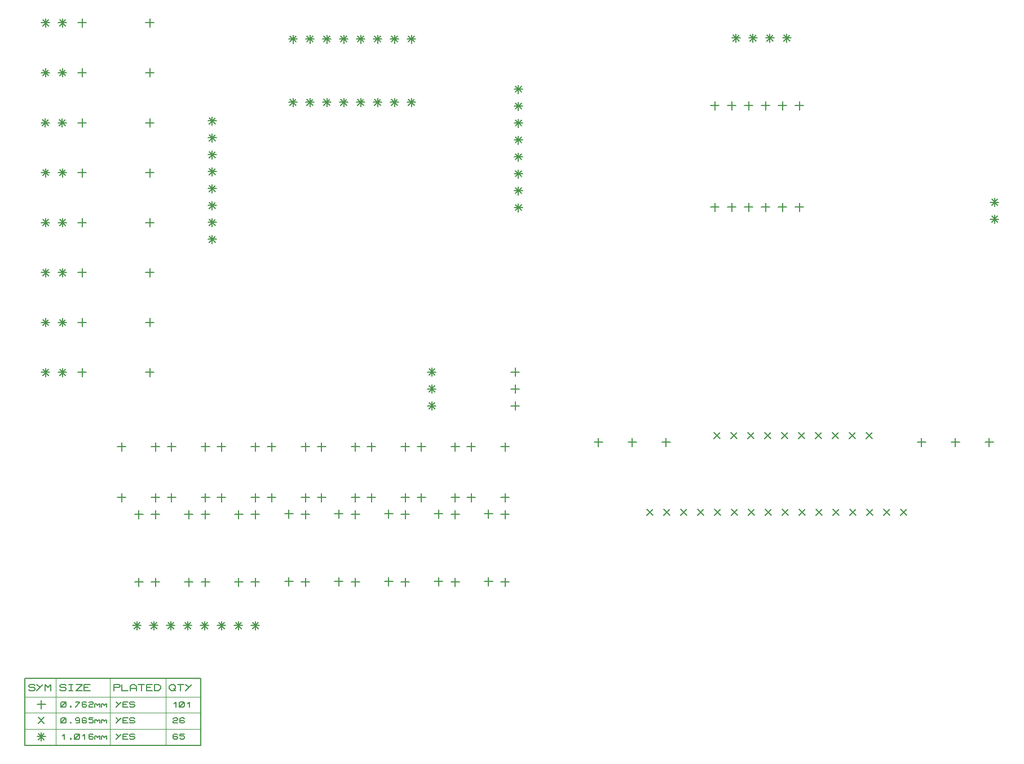
<source format=gbr>
G04 PROTEUS RS274X GERBER FILE*
%FSLAX45Y45*%
%MOMM*%
G01*
%ADD17C,0.203200*%
%ADD20C,0.127000*%
%ADD21C,0.063500*%
D17*
X+1442000Y+3195500D02*
X+1442000Y+3068500D01*
X+1378500Y+3132000D02*
X+1505500Y+3132000D01*
X+1950000Y+3195500D02*
X+1950000Y+3068500D01*
X+1886500Y+3132000D02*
X+2013500Y+3132000D01*
X+1442000Y+2433500D02*
X+1442000Y+2306500D01*
X+1378500Y+2370000D02*
X+1505500Y+2370000D01*
X+1950000Y+2433500D02*
X+1950000Y+2306500D01*
X+1886500Y+2370000D02*
X+2013500Y+2370000D01*
X+2192000Y+3195500D02*
X+2192000Y+3068500D01*
X+2128500Y+3132000D02*
X+2255500Y+3132000D01*
X+2700000Y+3195500D02*
X+2700000Y+3068500D01*
X+2636500Y+3132000D02*
X+2763500Y+3132000D01*
X+2192000Y+2433500D02*
X+2192000Y+2306500D01*
X+2128500Y+2370000D02*
X+2255500Y+2370000D01*
X+2700000Y+2433500D02*
X+2700000Y+2306500D01*
X+2636500Y+2370000D02*
X+2763500Y+2370000D01*
X+2942000Y+3195500D02*
X+2942000Y+3068500D01*
X+2878500Y+3132000D02*
X+3005500Y+3132000D01*
X+3450000Y+3195500D02*
X+3450000Y+3068500D01*
X+3386500Y+3132000D02*
X+3513500Y+3132000D01*
X+2942000Y+2433500D02*
X+2942000Y+2306500D01*
X+2878500Y+2370000D02*
X+3005500Y+2370000D01*
X+3450000Y+2433500D02*
X+3450000Y+2306500D01*
X+3386500Y+2370000D02*
X+3513500Y+2370000D01*
X+3692000Y+3195500D02*
X+3692000Y+3068500D01*
X+3628500Y+3132000D02*
X+3755500Y+3132000D01*
X+4200000Y+3195500D02*
X+4200000Y+3068500D01*
X+4136500Y+3132000D02*
X+4263500Y+3132000D01*
X+3692000Y+2433500D02*
X+3692000Y+2306500D01*
X+3628500Y+2370000D02*
X+3755500Y+2370000D01*
X+4200000Y+2433500D02*
X+4200000Y+2306500D01*
X+4136500Y+2370000D02*
X+4263500Y+2370000D01*
X+4442000Y+3195500D02*
X+4442000Y+3068500D01*
X+4378500Y+3132000D02*
X+4505500Y+3132000D01*
X+4950000Y+3195500D02*
X+4950000Y+3068500D01*
X+4886500Y+3132000D02*
X+5013500Y+3132000D01*
X+4442000Y+2433500D02*
X+4442000Y+2306500D01*
X+4378500Y+2370000D02*
X+4505500Y+2370000D01*
X+4950000Y+2433500D02*
X+4950000Y+2306500D01*
X+4886500Y+2370000D02*
X+5013500Y+2370000D01*
X+5192000Y+3195500D02*
X+5192000Y+3068500D01*
X+5128500Y+3132000D02*
X+5255500Y+3132000D01*
X+5700000Y+3195500D02*
X+5700000Y+3068500D01*
X+5636500Y+3132000D02*
X+5763500Y+3132000D01*
X+5192000Y+2433500D02*
X+5192000Y+2306500D01*
X+5128500Y+2370000D02*
X+5255500Y+2370000D01*
X+5700000Y+2433500D02*
X+5700000Y+2306500D01*
X+5636500Y+2370000D02*
X+5763500Y+2370000D01*
X+5942000Y+3195500D02*
X+5942000Y+3068500D01*
X+5878500Y+3132000D02*
X+6005500Y+3132000D01*
X+6450000Y+3195500D02*
X+6450000Y+3068500D01*
X+6386500Y+3132000D02*
X+6513500Y+3132000D01*
X+5942000Y+2433500D02*
X+5942000Y+2306500D01*
X+5878500Y+2370000D02*
X+6005500Y+2370000D01*
X+6450000Y+2433500D02*
X+6450000Y+2306500D01*
X+6386500Y+2370000D02*
X+6513500Y+2370000D01*
X+6692000Y+3195500D02*
X+6692000Y+3068500D01*
X+6628500Y+3132000D02*
X+6755500Y+3132000D01*
X+7200000Y+3195500D02*
X+7200000Y+3068500D01*
X+7136500Y+3132000D02*
X+7263500Y+3132000D01*
X+6692000Y+2433500D02*
X+6692000Y+2306500D01*
X+6628500Y+2370000D02*
X+6755500Y+2370000D01*
X+7200000Y+2433500D02*
X+7200000Y+2306500D01*
X+7136500Y+2370000D02*
X+7263500Y+2370000D01*
X+1950000Y+2183500D02*
X+1950000Y+2056500D01*
X+1886500Y+2120000D02*
X+2013500Y+2120000D01*
X+1950000Y+1167500D02*
X+1950000Y+1040500D01*
X+1886500Y+1104000D02*
X+2013500Y+1104000D01*
X+2700000Y+2183500D02*
X+2700000Y+2056500D01*
X+2636500Y+2120000D02*
X+2763500Y+2120000D01*
X+2700000Y+1167500D02*
X+2700000Y+1040500D01*
X+2636500Y+1104000D02*
X+2763500Y+1104000D01*
X+3450000Y+2183500D02*
X+3450000Y+2056500D01*
X+3386500Y+2120000D02*
X+3513500Y+2120000D01*
X+3450000Y+1167500D02*
X+3450000Y+1040500D01*
X+3386500Y+1104000D02*
X+3513500Y+1104000D01*
X+4200000Y+2183500D02*
X+4200000Y+2056500D01*
X+4136500Y+2120000D02*
X+4263500Y+2120000D01*
X+4200000Y+1167500D02*
X+4200000Y+1040500D01*
X+4136500Y+1104000D02*
X+4263500Y+1104000D01*
X+4950000Y+2183500D02*
X+4950000Y+2056500D01*
X+4886500Y+2120000D02*
X+5013500Y+2120000D01*
X+4950000Y+1167500D02*
X+4950000Y+1040500D01*
X+4886500Y+1104000D02*
X+5013500Y+1104000D01*
X+5700000Y+2183500D02*
X+5700000Y+2056500D01*
X+5636500Y+2120000D02*
X+5763500Y+2120000D01*
X+5700000Y+1167500D02*
X+5700000Y+1040500D01*
X+5636500Y+1104000D02*
X+5763500Y+1104000D01*
X+6450000Y+2183500D02*
X+6450000Y+2056500D01*
X+6386500Y+2120000D02*
X+6513500Y+2120000D01*
X+6450000Y+1167500D02*
X+6450000Y+1040500D01*
X+6386500Y+1104000D02*
X+6513500Y+1104000D01*
X+7200000Y+2183500D02*
X+7200000Y+2056500D01*
X+7136500Y+2120000D02*
X+7263500Y+2120000D01*
X+7200000Y+1167500D02*
X+7200000Y+1040500D01*
X+7136500Y+1104000D02*
X+7263500Y+1104000D01*
X+1700000Y+1167500D02*
X+1700000Y+1040500D01*
X+1636500Y+1104000D02*
X+1763500Y+1104000D01*
X+1700000Y+2183500D02*
X+1700000Y+2056500D01*
X+1636500Y+2120000D02*
X+1763500Y+2120000D01*
X+2450000Y+1163500D02*
X+2450000Y+1036500D01*
X+2386500Y+1100000D02*
X+2513500Y+1100000D01*
X+2450000Y+2179500D02*
X+2450000Y+2052500D01*
X+2386500Y+2116000D02*
X+2513500Y+2116000D01*
X+3200000Y+1163500D02*
X+3200000Y+1036500D01*
X+3136500Y+1100000D02*
X+3263500Y+1100000D01*
X+3200000Y+2179500D02*
X+3200000Y+2052500D01*
X+3136500Y+2116000D02*
X+3263500Y+2116000D01*
X+3950000Y+1173500D02*
X+3950000Y+1046500D01*
X+3886500Y+1110000D02*
X+4013500Y+1110000D01*
X+3950000Y+2189500D02*
X+3950000Y+2062500D01*
X+3886500Y+2126000D02*
X+4013500Y+2126000D01*
X+4700000Y+1173500D02*
X+4700000Y+1046500D01*
X+4636500Y+1110000D02*
X+4763500Y+1110000D01*
X+4700000Y+2189500D02*
X+4700000Y+2062500D01*
X+4636500Y+2126000D02*
X+4763500Y+2126000D01*
X+5450000Y+1173500D02*
X+5450000Y+1046500D01*
X+5386500Y+1110000D02*
X+5513500Y+1110000D01*
X+5450000Y+2189500D02*
X+5450000Y+2062500D01*
X+5386500Y+2126000D02*
X+5513500Y+2126000D01*
X+6200000Y+1173500D02*
X+6200000Y+1046500D01*
X+6136500Y+1110000D02*
X+6263500Y+1110000D01*
X+6200000Y+2189500D02*
X+6200000Y+2062500D01*
X+6136500Y+2126000D02*
X+6263500Y+2126000D01*
X+6950000Y+1173500D02*
X+6950000Y+1046500D01*
X+6886500Y+1110000D02*
X+7013500Y+1110000D01*
X+6950000Y+2189500D02*
X+6950000Y+2062500D01*
X+6886500Y+2126000D02*
X+7013500Y+2126000D01*
X+554000Y+4313500D02*
X+554000Y+4186500D01*
X+490500Y+4250000D02*
X+617500Y+4250000D01*
X+509099Y+4294901D02*
X+598901Y+4205099D01*
X+509099Y+4205099D02*
X+598901Y+4294901D01*
X+300000Y+4313500D02*
X+300000Y+4186500D01*
X+236500Y+4250000D02*
X+363500Y+4250000D01*
X+255099Y+4294901D02*
X+344901Y+4205099D01*
X+255099Y+4205099D02*
X+344901Y+4294901D01*
X+554000Y+5063500D02*
X+554000Y+4936500D01*
X+490500Y+5000000D02*
X+617500Y+5000000D01*
X+509099Y+5044901D02*
X+598901Y+4955099D01*
X+509099Y+4955099D02*
X+598901Y+5044901D01*
X+300000Y+5063500D02*
X+300000Y+4936500D01*
X+236500Y+5000000D02*
X+363500Y+5000000D01*
X+255099Y+5044901D02*
X+344901Y+4955099D01*
X+255099Y+4955099D02*
X+344901Y+5044901D01*
X+554000Y+5813500D02*
X+554000Y+5686500D01*
X+490500Y+5750000D02*
X+617500Y+5750000D01*
X+509099Y+5794901D02*
X+598901Y+5705099D01*
X+509099Y+5705099D02*
X+598901Y+5794901D01*
X+300000Y+5813500D02*
X+300000Y+5686500D01*
X+236500Y+5750000D02*
X+363500Y+5750000D01*
X+255099Y+5794901D02*
X+344901Y+5705099D01*
X+255099Y+5705099D02*
X+344901Y+5794901D01*
X+554000Y+6563500D02*
X+554000Y+6436500D01*
X+490500Y+6500000D02*
X+617500Y+6500000D01*
X+509099Y+6544901D02*
X+598901Y+6455099D01*
X+509099Y+6455099D02*
X+598901Y+6544901D01*
X+300000Y+6563500D02*
X+300000Y+6436500D01*
X+236500Y+6500000D02*
X+363500Y+6500000D01*
X+255099Y+6544901D02*
X+344901Y+6455099D01*
X+255099Y+6455099D02*
X+344901Y+6544901D01*
X+554000Y+7313500D02*
X+554000Y+7186500D01*
X+490500Y+7250000D02*
X+617500Y+7250000D01*
X+509099Y+7294901D02*
X+598901Y+7205099D01*
X+509099Y+7205099D02*
X+598901Y+7294901D01*
X+300000Y+7313500D02*
X+300000Y+7186500D01*
X+236500Y+7250000D02*
X+363500Y+7250000D01*
X+255099Y+7294901D02*
X+344901Y+7205099D01*
X+255099Y+7205099D02*
X+344901Y+7294901D01*
X+550000Y+8063500D02*
X+550000Y+7936500D01*
X+486500Y+8000000D02*
X+613500Y+8000000D01*
X+505099Y+8044901D02*
X+594901Y+7955099D01*
X+505099Y+7955099D02*
X+594901Y+8044901D01*
X+296000Y+8063500D02*
X+296000Y+7936500D01*
X+232500Y+8000000D02*
X+359500Y+8000000D01*
X+251099Y+8044901D02*
X+340901Y+7955099D01*
X+251099Y+7955099D02*
X+340901Y+8044901D01*
X+554000Y+8813500D02*
X+554000Y+8686500D01*
X+490500Y+8750000D02*
X+617500Y+8750000D01*
X+509099Y+8794901D02*
X+598901Y+8705099D01*
X+509099Y+8705099D02*
X+598901Y+8794901D01*
X+300000Y+8813500D02*
X+300000Y+8686500D01*
X+236500Y+8750000D02*
X+363500Y+8750000D01*
X+255099Y+8794901D02*
X+344901Y+8705099D01*
X+255099Y+8705099D02*
X+344901Y+8794901D01*
X+554000Y+9563500D02*
X+554000Y+9436500D01*
X+490500Y+9500000D02*
X+617500Y+9500000D01*
X+509099Y+9544901D02*
X+598901Y+9455099D01*
X+509099Y+9455099D02*
X+598901Y+9544901D01*
X+300000Y+9563500D02*
X+300000Y+9436500D01*
X+236500Y+9500000D02*
X+363500Y+9500000D01*
X+255099Y+9544901D02*
X+344901Y+9455099D01*
X+255099Y+9455099D02*
X+344901Y+9544901D01*
X+3450000Y+513500D02*
X+3450000Y+386500D01*
X+3386500Y+450000D02*
X+3513500Y+450000D01*
X+3405099Y+494901D02*
X+3494901Y+405099D01*
X+3405099Y+405099D02*
X+3494901Y+494901D01*
X+3196000Y+513500D02*
X+3196000Y+386500D01*
X+3132500Y+450000D02*
X+3259500Y+450000D01*
X+3151099Y+494901D02*
X+3240901Y+405099D01*
X+3151099Y+405099D02*
X+3240901Y+494901D01*
X+2942000Y+513500D02*
X+2942000Y+386500D01*
X+2878500Y+450000D02*
X+3005500Y+450000D01*
X+2897099Y+494901D02*
X+2986901Y+405099D01*
X+2897099Y+405099D02*
X+2986901Y+494901D01*
X+2688000Y+513500D02*
X+2688000Y+386500D01*
X+2624500Y+450000D02*
X+2751500Y+450000D01*
X+2643099Y+494901D02*
X+2732901Y+405099D01*
X+2643099Y+405099D02*
X+2732901Y+494901D01*
X+2434000Y+513500D02*
X+2434000Y+386500D01*
X+2370500Y+450000D02*
X+2497500Y+450000D01*
X+2389099Y+494901D02*
X+2478901Y+405099D01*
X+2389099Y+405099D02*
X+2478901Y+494901D01*
X+2180000Y+513500D02*
X+2180000Y+386500D01*
X+2116500Y+450000D02*
X+2243500Y+450000D01*
X+2135099Y+494901D02*
X+2224901Y+405099D01*
X+2135099Y+405099D02*
X+2224901Y+494901D01*
X+1926000Y+513500D02*
X+1926000Y+386500D01*
X+1862500Y+450000D02*
X+1989500Y+450000D01*
X+1881099Y+494901D02*
X+1970901Y+405099D01*
X+1881099Y+405099D02*
X+1970901Y+494901D01*
X+1672000Y+513500D02*
X+1672000Y+386500D01*
X+1608500Y+450000D02*
X+1735500Y+450000D01*
X+1627099Y+494901D02*
X+1716901Y+405099D01*
X+1627099Y+405099D02*
X+1716901Y+494901D01*
X+5793500Y+9321000D02*
X+5793500Y+9194000D01*
X+5730000Y+9257500D02*
X+5857000Y+9257500D01*
X+5748599Y+9302401D02*
X+5838401Y+9212599D01*
X+5748599Y+9212599D02*
X+5838401Y+9302401D01*
X+5539500Y+9321000D02*
X+5539500Y+9194000D01*
X+5476000Y+9257500D02*
X+5603000Y+9257500D01*
X+5494599Y+9302401D02*
X+5584401Y+9212599D01*
X+5494599Y+9212599D02*
X+5584401Y+9302401D01*
X+5285500Y+9321000D02*
X+5285500Y+9194000D01*
X+5222000Y+9257500D02*
X+5349000Y+9257500D01*
X+5240599Y+9302401D02*
X+5330401Y+9212599D01*
X+5240599Y+9212599D02*
X+5330401Y+9302401D01*
X+5031500Y+9321000D02*
X+5031500Y+9194000D01*
X+4968000Y+9257500D02*
X+5095000Y+9257500D01*
X+4986599Y+9302401D02*
X+5076401Y+9212599D01*
X+4986599Y+9212599D02*
X+5076401Y+9302401D01*
X+4777500Y+9321000D02*
X+4777500Y+9194000D01*
X+4714000Y+9257500D02*
X+4841000Y+9257500D01*
X+4732599Y+9302401D02*
X+4822401Y+9212599D01*
X+4732599Y+9212599D02*
X+4822401Y+9302401D01*
X+4523500Y+9321000D02*
X+4523500Y+9194000D01*
X+4460000Y+9257500D02*
X+4587000Y+9257500D01*
X+4478599Y+9302401D02*
X+4568401Y+9212599D01*
X+4478599Y+9212599D02*
X+4568401Y+9302401D01*
X+4269500Y+9321000D02*
X+4269500Y+9194000D01*
X+4206000Y+9257500D02*
X+4333000Y+9257500D01*
X+4224599Y+9302401D02*
X+4314401Y+9212599D01*
X+4224599Y+9212599D02*
X+4314401Y+9302401D01*
X+4015500Y+9321000D02*
X+4015500Y+9194000D01*
X+3952000Y+9257500D02*
X+4079000Y+9257500D01*
X+3970599Y+9302401D02*
X+4060401Y+9212599D01*
X+3970599Y+9212599D02*
X+4060401Y+9302401D01*
X+5793500Y+8371000D02*
X+5793500Y+8244000D01*
X+5730000Y+8307500D02*
X+5857000Y+8307500D01*
X+5748599Y+8352401D02*
X+5838401Y+8262599D01*
X+5748599Y+8262599D02*
X+5838401Y+8352401D01*
X+5539500Y+8371000D02*
X+5539500Y+8244000D01*
X+5476000Y+8307500D02*
X+5603000Y+8307500D01*
X+5494599Y+8352401D02*
X+5584401Y+8262599D01*
X+5494599Y+8262599D02*
X+5584401Y+8352401D01*
X+5285500Y+8371000D02*
X+5285500Y+8244000D01*
X+5222000Y+8307500D02*
X+5349000Y+8307500D01*
X+5240599Y+8352401D02*
X+5330401Y+8262599D01*
X+5240599Y+8262599D02*
X+5330401Y+8352401D01*
X+5031500Y+8371000D02*
X+5031500Y+8244000D01*
X+4968000Y+8307500D02*
X+5095000Y+8307500D01*
X+4986599Y+8352401D02*
X+5076401Y+8262599D01*
X+4986599Y+8262599D02*
X+5076401Y+8352401D01*
X+4777500Y+8371000D02*
X+4777500Y+8244000D01*
X+4714000Y+8307500D02*
X+4841000Y+8307500D01*
X+4732599Y+8352401D02*
X+4822401Y+8262599D01*
X+4732599Y+8262599D02*
X+4822401Y+8352401D01*
X+4523500Y+8371000D02*
X+4523500Y+8244000D01*
X+4460000Y+8307500D02*
X+4587000Y+8307500D01*
X+4478599Y+8352401D02*
X+4568401Y+8262599D01*
X+4478599Y+8262599D02*
X+4568401Y+8352401D01*
X+4269500Y+8371000D02*
X+4269500Y+8244000D01*
X+4206000Y+8307500D02*
X+4333000Y+8307500D01*
X+4224599Y+8352401D02*
X+4314401Y+8262599D01*
X+4224599Y+8262599D02*
X+4314401Y+8352401D01*
X+4015500Y+8371000D02*
X+4015500Y+8244000D01*
X+3952000Y+8307500D02*
X+4079000Y+8307500D01*
X+3970599Y+8352401D02*
X+4060401Y+8262599D01*
X+3970599Y+8262599D02*
X+4060401Y+8352401D01*
X+2800000Y+6313500D02*
X+2800000Y+6186500D01*
X+2736500Y+6250000D02*
X+2863500Y+6250000D01*
X+2755099Y+6294901D02*
X+2844901Y+6205099D01*
X+2755099Y+6205099D02*
X+2844901Y+6294901D01*
X+2800000Y+6567500D02*
X+2800000Y+6440500D01*
X+2736500Y+6504000D02*
X+2863500Y+6504000D01*
X+2755099Y+6548901D02*
X+2844901Y+6459099D01*
X+2755099Y+6459099D02*
X+2844901Y+6548901D01*
X+2800000Y+6821500D02*
X+2800000Y+6694500D01*
X+2736500Y+6758000D02*
X+2863500Y+6758000D01*
X+2755099Y+6802901D02*
X+2844901Y+6713099D01*
X+2755099Y+6713099D02*
X+2844901Y+6802901D01*
X+2800000Y+7075500D02*
X+2800000Y+6948500D01*
X+2736500Y+7012000D02*
X+2863500Y+7012000D01*
X+2755099Y+7056901D02*
X+2844901Y+6967099D01*
X+2755099Y+6967099D02*
X+2844901Y+7056901D01*
X+2800000Y+7329500D02*
X+2800000Y+7202500D01*
X+2736500Y+7266000D02*
X+2863500Y+7266000D01*
X+2755099Y+7310901D02*
X+2844901Y+7221099D01*
X+2755099Y+7221099D02*
X+2844901Y+7310901D01*
X+2800000Y+7583500D02*
X+2800000Y+7456500D01*
X+2736500Y+7520000D02*
X+2863500Y+7520000D01*
X+2755099Y+7564901D02*
X+2844901Y+7475099D01*
X+2755099Y+7475099D02*
X+2844901Y+7564901D01*
X+2800000Y+7837500D02*
X+2800000Y+7710500D01*
X+2736500Y+7774000D02*
X+2863500Y+7774000D01*
X+2755099Y+7818901D02*
X+2844901Y+7729099D01*
X+2755099Y+7729099D02*
X+2844901Y+7818901D01*
X+2800000Y+8091500D02*
X+2800000Y+7964500D01*
X+2736500Y+8028000D02*
X+2863500Y+8028000D01*
X+2755099Y+8072901D02*
X+2844901Y+7983099D01*
X+2755099Y+7983099D02*
X+2844901Y+8072901D01*
X+6100000Y+3813500D02*
X+6100000Y+3686500D01*
X+6036500Y+3750000D02*
X+6163500Y+3750000D01*
X+6055099Y+3794901D02*
X+6144901Y+3705099D01*
X+6055099Y+3705099D02*
X+6144901Y+3794901D01*
X+6100000Y+4067500D02*
X+6100000Y+3940500D01*
X+6036500Y+4004000D02*
X+6163500Y+4004000D01*
X+6055099Y+4048901D02*
X+6144901Y+3959099D01*
X+6055099Y+3959099D02*
X+6144901Y+4048901D01*
X+6100000Y+4321500D02*
X+6100000Y+4194500D01*
X+6036500Y+4258000D02*
X+6163500Y+4258000D01*
X+6055099Y+4302901D02*
X+6144901Y+4213099D01*
X+6055099Y+4213099D02*
X+6144901Y+4302901D01*
X+10335099Y+3344901D02*
X+10424901Y+3255099D01*
X+10335099Y+3255099D02*
X+10424901Y+3344901D01*
X+10589099Y+3344901D02*
X+10678901Y+3255099D01*
X+10589099Y+3255099D02*
X+10678901Y+3344901D01*
X+10843099Y+3344901D02*
X+10932901Y+3255099D01*
X+10843099Y+3255099D02*
X+10932901Y+3344901D01*
X+11097099Y+3344901D02*
X+11186901Y+3255099D01*
X+11097099Y+3255099D02*
X+11186901Y+3344901D01*
X+11351099Y+3344901D02*
X+11440901Y+3255099D01*
X+11351099Y+3255099D02*
X+11440901Y+3344901D01*
X+11605099Y+3344901D02*
X+11694901Y+3255099D01*
X+11605099Y+3255099D02*
X+11694901Y+3344901D01*
X+11859099Y+3344901D02*
X+11948901Y+3255099D01*
X+11859099Y+3255099D02*
X+11948901Y+3344901D01*
X+12113099Y+3344901D02*
X+12202901Y+3255099D01*
X+12113099Y+3255099D02*
X+12202901Y+3344901D01*
X+12367099Y+3344901D02*
X+12456901Y+3255099D01*
X+12367099Y+3255099D02*
X+12456901Y+3344901D01*
X+12621099Y+3344901D02*
X+12710901Y+3255099D01*
X+12621099Y+3255099D02*
X+12710901Y+3344901D01*
X+9327099Y+2194901D02*
X+9416901Y+2105099D01*
X+9327099Y+2105099D02*
X+9416901Y+2194901D01*
X+9581099Y+2194901D02*
X+9670901Y+2105099D01*
X+9581099Y+2105099D02*
X+9670901Y+2194901D01*
X+9835099Y+2194901D02*
X+9924901Y+2105099D01*
X+9835099Y+2105099D02*
X+9924901Y+2194901D01*
X+10089099Y+2194901D02*
X+10178901Y+2105099D01*
X+10089099Y+2105099D02*
X+10178901Y+2194901D01*
X+10343099Y+2194901D02*
X+10432901Y+2105099D01*
X+10343099Y+2105099D02*
X+10432901Y+2194901D01*
X+10597099Y+2194901D02*
X+10686901Y+2105099D01*
X+10597099Y+2105099D02*
X+10686901Y+2194901D01*
X+10851099Y+2194901D02*
X+10940901Y+2105099D01*
X+10851099Y+2105099D02*
X+10940901Y+2194901D01*
X+11105099Y+2194901D02*
X+11194901Y+2105099D01*
X+11105099Y+2105099D02*
X+11194901Y+2194901D01*
X+11359099Y+2194901D02*
X+11448901Y+2105099D01*
X+11359099Y+2105099D02*
X+11448901Y+2194901D01*
X+11613099Y+2194901D02*
X+11702901Y+2105099D01*
X+11613099Y+2105099D02*
X+11702901Y+2194901D01*
X+11867099Y+2194901D02*
X+11956901Y+2105099D01*
X+11867099Y+2105099D02*
X+11956901Y+2194901D01*
X+12121099Y+2194901D02*
X+12210901Y+2105099D01*
X+12121099Y+2105099D02*
X+12210901Y+2194901D01*
X+12375099Y+2194901D02*
X+12464901Y+2105099D01*
X+12375099Y+2105099D02*
X+12464901Y+2194901D01*
X+12629099Y+2194901D02*
X+12718901Y+2105099D01*
X+12629099Y+2105099D02*
X+12718901Y+2194901D01*
X+12883099Y+2194901D02*
X+12972901Y+2105099D01*
X+12883099Y+2105099D02*
X+12972901Y+2194901D01*
X+13137099Y+2194901D02*
X+13226901Y+2105099D01*
X+13137099Y+2105099D02*
X+13226901Y+2194901D01*
X+7399000Y+8567000D02*
X+7399000Y+8440000D01*
X+7335500Y+8503500D02*
X+7462500Y+8503500D01*
X+7354099Y+8548401D02*
X+7443901Y+8458599D01*
X+7354099Y+8458599D02*
X+7443901Y+8548401D01*
X+7399000Y+8313000D02*
X+7399000Y+8186000D01*
X+7335500Y+8249500D02*
X+7462500Y+8249500D01*
X+7354099Y+8294401D02*
X+7443901Y+8204599D01*
X+7354099Y+8204599D02*
X+7443901Y+8294401D01*
X+7399000Y+8059000D02*
X+7399000Y+7932000D01*
X+7335500Y+7995500D02*
X+7462500Y+7995500D01*
X+7354099Y+8040401D02*
X+7443901Y+7950599D01*
X+7354099Y+7950599D02*
X+7443901Y+8040401D01*
X+7399000Y+7805000D02*
X+7399000Y+7678000D01*
X+7335500Y+7741500D02*
X+7462500Y+7741500D01*
X+7354099Y+7786401D02*
X+7443901Y+7696599D01*
X+7354099Y+7696599D02*
X+7443901Y+7786401D01*
X+7399000Y+7551000D02*
X+7399000Y+7424000D01*
X+7335500Y+7487500D02*
X+7462500Y+7487500D01*
X+7354099Y+7532401D02*
X+7443901Y+7442599D01*
X+7354099Y+7442599D02*
X+7443901Y+7532401D01*
X+7399000Y+7297000D02*
X+7399000Y+7170000D01*
X+7335500Y+7233500D02*
X+7462500Y+7233500D01*
X+7354099Y+7278401D02*
X+7443901Y+7188599D01*
X+7354099Y+7188599D02*
X+7443901Y+7278401D01*
X+7399000Y+7043000D02*
X+7399000Y+6916000D01*
X+7335500Y+6979500D02*
X+7462500Y+6979500D01*
X+7354099Y+7024401D02*
X+7443901Y+6934599D01*
X+7354099Y+6934599D02*
X+7443901Y+7024401D01*
X+7399000Y+6789000D02*
X+7399000Y+6662000D01*
X+7335500Y+6725500D02*
X+7462500Y+6725500D01*
X+7354099Y+6770401D02*
X+7443901Y+6680599D01*
X+7354099Y+6680599D02*
X+7443901Y+6770401D01*
X+11430000Y+9334500D02*
X+11430000Y+9207500D01*
X+11366500Y+9271000D02*
X+11493500Y+9271000D01*
X+11385099Y+9315901D02*
X+11474901Y+9226099D01*
X+11385099Y+9226099D02*
X+11474901Y+9315901D01*
X+11176000Y+9334500D02*
X+11176000Y+9207500D01*
X+11112500Y+9271000D02*
X+11239500Y+9271000D01*
X+11131099Y+9315901D02*
X+11220901Y+9226099D01*
X+11131099Y+9226099D02*
X+11220901Y+9315901D01*
X+10922000Y+9334500D02*
X+10922000Y+9207500D01*
X+10858500Y+9271000D02*
X+10985500Y+9271000D01*
X+10877099Y+9315901D02*
X+10966901Y+9226099D01*
X+10877099Y+9226099D02*
X+10966901Y+9315901D01*
X+10668000Y+9334500D02*
X+10668000Y+9207500D01*
X+10604500Y+9271000D02*
X+10731500Y+9271000D01*
X+10623099Y+9315901D02*
X+10712901Y+9226099D01*
X+10623099Y+9226099D02*
X+10712901Y+9315901D01*
X+14550000Y+6867500D02*
X+14550000Y+6740500D01*
X+14486500Y+6804000D02*
X+14613500Y+6804000D01*
X+14505099Y+6848901D02*
X+14594901Y+6759099D01*
X+14505099Y+6759099D02*
X+14594901Y+6848901D01*
X+14550000Y+6613500D02*
X+14550000Y+6486500D01*
X+14486500Y+6550000D02*
X+14613500Y+6550000D01*
X+14505099Y+6594901D02*
X+14594901Y+6505099D01*
X+14505099Y+6505099D02*
X+14594901Y+6594901D01*
X+850000Y+4313500D02*
X+850000Y+4186500D01*
X+786500Y+4250000D02*
X+913500Y+4250000D01*
X+1866000Y+4313500D02*
X+1866000Y+4186500D01*
X+1802500Y+4250000D02*
X+1929500Y+4250000D01*
X+850000Y+5063500D02*
X+850000Y+4936500D01*
X+786500Y+5000000D02*
X+913500Y+5000000D01*
X+1866000Y+5063500D02*
X+1866000Y+4936500D01*
X+1802500Y+5000000D02*
X+1929500Y+5000000D01*
X+850000Y+5813500D02*
X+850000Y+5686500D01*
X+786500Y+5750000D02*
X+913500Y+5750000D01*
X+1866000Y+5813500D02*
X+1866000Y+5686500D01*
X+1802500Y+5750000D02*
X+1929500Y+5750000D01*
X+850000Y+6563500D02*
X+850000Y+6436500D01*
X+786500Y+6500000D02*
X+913500Y+6500000D01*
X+1866000Y+6563500D02*
X+1866000Y+6436500D01*
X+1802500Y+6500000D02*
X+1929500Y+6500000D01*
X+850000Y+7313500D02*
X+850000Y+7186500D01*
X+786500Y+7250000D02*
X+913500Y+7250000D01*
X+1866000Y+7313500D02*
X+1866000Y+7186500D01*
X+1802500Y+7250000D02*
X+1929500Y+7250000D01*
X+850000Y+8063500D02*
X+850000Y+7936500D01*
X+786500Y+8000000D02*
X+913500Y+8000000D01*
X+1866000Y+8063500D02*
X+1866000Y+7936500D01*
X+1802500Y+8000000D02*
X+1929500Y+8000000D01*
X+850000Y+8813500D02*
X+850000Y+8686500D01*
X+786500Y+8750000D02*
X+913500Y+8750000D01*
X+1866000Y+8813500D02*
X+1866000Y+8686500D01*
X+1802500Y+8750000D02*
X+1929500Y+8750000D01*
X+850000Y+9563500D02*
X+850000Y+9436500D01*
X+786500Y+9500000D02*
X+913500Y+9500000D01*
X+1866000Y+9563500D02*
X+1866000Y+9436500D01*
X+1802500Y+9500000D02*
X+1929500Y+9500000D01*
X+8600000Y+3263500D02*
X+8600000Y+3136500D01*
X+8536500Y+3200000D02*
X+8663500Y+3200000D01*
X+9108000Y+3263500D02*
X+9108000Y+3136500D01*
X+9044500Y+3200000D02*
X+9171500Y+3200000D01*
X+9616000Y+3263500D02*
X+9616000Y+3136500D01*
X+9552500Y+3200000D02*
X+9679500Y+3200000D01*
X+13450000Y+3263500D02*
X+13450000Y+3136500D01*
X+13386500Y+3200000D02*
X+13513500Y+3200000D01*
X+13958000Y+3263500D02*
X+13958000Y+3136500D01*
X+13894500Y+3200000D02*
X+14021500Y+3200000D01*
X+14466000Y+3263500D02*
X+14466000Y+3136500D01*
X+14402500Y+3200000D02*
X+14529500Y+3200000D01*
X+7350000Y+4317500D02*
X+7350000Y+4190500D01*
X+7286500Y+4254000D02*
X+7413500Y+4254000D01*
X+7350000Y+4063500D02*
X+7350000Y+3936500D01*
X+7286500Y+4000000D02*
X+7413500Y+4000000D01*
X+7350000Y+3809500D02*
X+7350000Y+3682500D01*
X+7286500Y+3746000D02*
X+7413500Y+3746000D01*
X+10350500Y+6794500D02*
X+10350500Y+6667500D01*
X+10287000Y+6731000D02*
X+10414000Y+6731000D01*
X+10604500Y+6794500D02*
X+10604500Y+6667500D01*
X+10541000Y+6731000D02*
X+10668000Y+6731000D01*
X+10858500Y+6794500D02*
X+10858500Y+6667500D01*
X+10795000Y+6731000D02*
X+10922000Y+6731000D01*
X+11112500Y+6794500D02*
X+11112500Y+6667500D01*
X+11049000Y+6731000D02*
X+11176000Y+6731000D01*
X+11366500Y+6794500D02*
X+11366500Y+6667500D01*
X+11303000Y+6731000D02*
X+11430000Y+6731000D01*
X+11620500Y+6794500D02*
X+11620500Y+6667500D01*
X+11557000Y+6731000D02*
X+11684000Y+6731000D01*
X+11620500Y+8318500D02*
X+11620500Y+8191500D01*
X+11557000Y+8255000D02*
X+11684000Y+8255000D01*
X+11366500Y+8318500D02*
X+11366500Y+8191500D01*
X+11303000Y+8255000D02*
X+11430000Y+8255000D01*
X+11112500Y+8318500D02*
X+11112500Y+8191500D01*
X+11049000Y+8255000D02*
X+11176000Y+8255000D01*
X+10858500Y+8318500D02*
X+10858500Y+8191500D01*
X+10795000Y+8255000D02*
X+10922000Y+8255000D01*
X+10604500Y+8318500D02*
X+10604500Y+8191500D01*
X+10541000Y+8255000D02*
X+10668000Y+8255000D01*
X+10350500Y+8318500D02*
X+10350500Y+8191500D01*
X+10287000Y+8255000D02*
X+10414000Y+8255000D01*
D20*
X-12700Y-1350860D02*
X+2631440Y-1350860D01*
X+2631440Y-347560D01*
X-12700Y-347560D01*
X-12700Y-1350860D01*
D21*
X+454662Y-347560D02*
X+454662Y-1350860D01*
X+1267462Y-347560D02*
X+1267462Y-1350860D01*
X+2100582Y-347560D02*
X+2100582Y-1350860D01*
X-12700Y-620610D02*
X+2631440Y-620610D01*
X-12700Y-861910D02*
X+2631440Y-861910D01*
X-12700Y-1103210D02*
X+2631440Y-1103210D01*
D20*
X+44450Y-511390D02*
X+59690Y-526630D01*
X+120650Y-526630D01*
X+135890Y-511390D01*
X+135890Y-496150D01*
X+120650Y-480910D01*
X+59690Y-480910D01*
X+44450Y-465670D01*
X+44450Y-450430D01*
X+59690Y-435190D01*
X+120650Y-435190D01*
X+135890Y-450430D01*
X+257810Y-435190D02*
X+166370Y-526630D01*
X+166370Y-435190D02*
X+212090Y-480910D01*
X+288290Y-526630D02*
X+288290Y-435190D01*
X+334010Y-480910D01*
X+379730Y-435190D01*
X+379730Y-526630D01*
X+511810Y-511390D02*
X+527050Y-526630D01*
X+588010Y-526630D01*
X+603250Y-511390D01*
X+603250Y-496150D01*
X+588010Y-480910D01*
X+527050Y-480910D01*
X+511810Y-465670D01*
X+511810Y-450430D01*
X+527050Y-435190D01*
X+588010Y-435190D01*
X+603250Y-450430D01*
X+648970Y-435190D02*
X+709930Y-435190D01*
X+679450Y-435190D02*
X+679450Y-526630D01*
X+648970Y-526630D02*
X+709930Y-526630D01*
X+755650Y-435190D02*
X+847090Y-435190D01*
X+755650Y-526630D01*
X+847090Y-526630D01*
X+969010Y-526630D02*
X+877570Y-526630D01*
X+877570Y-435190D01*
X+969010Y-435190D01*
X+877570Y-480910D02*
X+938530Y-480910D01*
X+1324610Y-526630D02*
X+1324610Y-435190D01*
X+1400810Y-435190D01*
X+1416050Y-450430D01*
X+1416050Y-465670D01*
X+1400810Y-480910D01*
X+1324610Y-480910D01*
X+1446530Y-435190D02*
X+1446530Y-526630D01*
X+1537970Y-526630D01*
X+1568450Y-526630D02*
X+1568450Y-465670D01*
X+1598930Y-435190D01*
X+1629410Y-435190D01*
X+1659890Y-465670D01*
X+1659890Y-526630D01*
X+1568450Y-496150D02*
X+1659890Y-496150D01*
X+1690370Y-435190D02*
X+1781810Y-435190D01*
X+1736090Y-435190D02*
X+1736090Y-526630D01*
X+1903730Y-526630D02*
X+1812290Y-526630D01*
X+1812290Y-435190D01*
X+1903730Y-435190D01*
X+1812290Y-480910D02*
X+1873250Y-480910D01*
X+1934210Y-526630D02*
X+1934210Y-435190D01*
X+1995170Y-435190D01*
X+2025650Y-465670D01*
X+2025650Y-496150D01*
X+1995170Y-526630D01*
X+1934210Y-526630D01*
X+2157730Y-465670D02*
X+2188210Y-435190D01*
X+2218690Y-435190D01*
X+2249170Y-465670D01*
X+2249170Y-496150D01*
X+2218690Y-526630D01*
X+2188210Y-526630D01*
X+2157730Y-496150D01*
X+2157730Y-465670D01*
X+2218690Y-496150D02*
X+2249170Y-526630D01*
X+2279650Y-435190D02*
X+2371090Y-435190D01*
X+2325370Y-435190D02*
X+2325370Y-526630D01*
X+2493010Y-435190D02*
X+2401570Y-526630D01*
X+2401570Y-435190D02*
X+2447290Y-480910D01*
D17*
X+233680Y-671410D02*
X+233680Y-798410D01*
X+170180Y-734910D02*
X+297180Y-734910D01*
D20*
X+530860Y-760310D02*
X+530860Y-709510D01*
X+543560Y-696810D01*
X+594360Y-696810D01*
X+607060Y-709510D01*
X+607060Y-760310D01*
X+594360Y-773010D01*
X+543560Y-773010D01*
X+530860Y-760310D01*
X+530860Y-773010D02*
X+607060Y-696810D01*
X+670560Y-760310D02*
X+683260Y-760310D01*
X+683260Y-773010D01*
X+670560Y-773010D01*
X+670560Y-760310D01*
X+746760Y-696810D02*
X+810260Y-696810D01*
X+810260Y-709510D01*
X+746760Y-773010D01*
X+911860Y-709510D02*
X+899160Y-696810D01*
X+861060Y-696810D01*
X+848360Y-709510D01*
X+848360Y-760310D01*
X+861060Y-773010D01*
X+899160Y-773010D01*
X+911860Y-760310D01*
X+911860Y-747610D01*
X+899160Y-734910D01*
X+848360Y-734910D01*
X+949960Y-709510D02*
X+962660Y-696810D01*
X+1000760Y-696810D01*
X+1013460Y-709510D01*
X+1013460Y-722210D01*
X+1000760Y-734910D01*
X+962660Y-734910D01*
X+949960Y-747610D01*
X+949960Y-773010D01*
X+1013460Y-773010D01*
X+1038860Y-773010D02*
X+1038860Y-722210D01*
X+1038860Y-734910D02*
X+1051560Y-722210D01*
X+1076960Y-747610D01*
X+1102360Y-722210D01*
X+1115060Y-734910D01*
X+1115060Y-773010D01*
X+1140460Y-773010D02*
X+1140460Y-722210D01*
X+1140460Y-734910D02*
X+1153160Y-722210D01*
X+1178560Y-747610D01*
X+1203960Y-722210D01*
X+1216660Y-734910D01*
X+1216660Y-773010D01*
X+1432560Y-696810D02*
X+1356360Y-773010D01*
X+1356360Y-696810D02*
X+1394460Y-734910D01*
X+1534160Y-773010D02*
X+1457960Y-773010D01*
X+1457960Y-696810D01*
X+1534160Y-696810D01*
X+1457960Y-734910D02*
X+1508760Y-734910D01*
X+1559560Y-760310D02*
X+1572260Y-773010D01*
X+1623060Y-773010D01*
X+1635760Y-760310D01*
X+1635760Y-747610D01*
X+1623060Y-734910D01*
X+1572260Y-734910D01*
X+1559560Y-722210D01*
X+1559560Y-709510D01*
X+1572260Y-696810D01*
X+1623060Y-696810D01*
X+1635760Y-709510D01*
X+2227580Y-722210D02*
X+2252980Y-696810D01*
X+2252980Y-773010D01*
X+2303780Y-760310D02*
X+2303780Y-709510D01*
X+2316480Y-696810D01*
X+2367280Y-696810D01*
X+2379980Y-709510D01*
X+2379980Y-760310D01*
X+2367280Y-773010D01*
X+2316480Y-773010D01*
X+2303780Y-760310D01*
X+2303780Y-773010D02*
X+2379980Y-696810D01*
X+2430780Y-722210D02*
X+2456180Y-696810D01*
X+2456180Y-773010D01*
D17*
X+188779Y-931309D02*
X+278581Y-1021111D01*
X+188779Y-1021111D02*
X+278581Y-931309D01*
D20*
X+530860Y-1001610D02*
X+530860Y-950810D01*
X+543560Y-938110D01*
X+594360Y-938110D01*
X+607060Y-950810D01*
X+607060Y-1001610D01*
X+594360Y-1014310D01*
X+543560Y-1014310D01*
X+530860Y-1001610D01*
X+530860Y-1014310D02*
X+607060Y-938110D01*
X+670560Y-1001610D02*
X+683260Y-1001610D01*
X+683260Y-1014310D01*
X+670560Y-1014310D01*
X+670560Y-1001610D01*
X+810260Y-963510D02*
X+797560Y-976210D01*
X+759460Y-976210D01*
X+746760Y-963510D01*
X+746760Y-950810D01*
X+759460Y-938110D01*
X+797560Y-938110D01*
X+810260Y-950810D01*
X+810260Y-1001610D01*
X+797560Y-1014310D01*
X+759460Y-1014310D01*
X+911860Y-950810D02*
X+899160Y-938110D01*
X+861060Y-938110D01*
X+848360Y-950810D01*
X+848360Y-1001610D01*
X+861060Y-1014310D01*
X+899160Y-1014310D01*
X+911860Y-1001610D01*
X+911860Y-988910D01*
X+899160Y-976210D01*
X+848360Y-976210D01*
X+1013460Y-938110D02*
X+949960Y-938110D01*
X+949960Y-963510D01*
X+1000760Y-963510D01*
X+1013460Y-976210D01*
X+1013460Y-1001610D01*
X+1000760Y-1014310D01*
X+962660Y-1014310D01*
X+949960Y-1001610D01*
X+1038860Y-1014310D02*
X+1038860Y-963510D01*
X+1038860Y-976210D02*
X+1051560Y-963510D01*
X+1076960Y-988910D01*
X+1102360Y-963510D01*
X+1115060Y-976210D01*
X+1115060Y-1014310D01*
X+1140460Y-1014310D02*
X+1140460Y-963510D01*
X+1140460Y-976210D02*
X+1153160Y-963510D01*
X+1178560Y-988910D01*
X+1203960Y-963510D01*
X+1216660Y-976210D01*
X+1216660Y-1014310D01*
X+1432560Y-938110D02*
X+1356360Y-1014310D01*
X+1356360Y-938110D02*
X+1394460Y-976210D01*
X+1534160Y-1014310D02*
X+1457960Y-1014310D01*
X+1457960Y-938110D01*
X+1534160Y-938110D01*
X+1457960Y-976210D02*
X+1508760Y-976210D01*
X+1559560Y-1001610D02*
X+1572260Y-1014310D01*
X+1623060Y-1014310D01*
X+1635760Y-1001610D01*
X+1635760Y-988910D01*
X+1623060Y-976210D01*
X+1572260Y-976210D01*
X+1559560Y-963510D01*
X+1559560Y-950810D01*
X+1572260Y-938110D01*
X+1623060Y-938110D01*
X+1635760Y-950810D01*
X+2214880Y-950810D02*
X+2227580Y-938110D01*
X+2265680Y-938110D01*
X+2278380Y-950810D01*
X+2278380Y-963510D01*
X+2265680Y-976210D01*
X+2227580Y-976210D01*
X+2214880Y-988910D01*
X+2214880Y-1014310D01*
X+2278380Y-1014310D01*
X+2379980Y-950810D02*
X+2367280Y-938110D01*
X+2329180Y-938110D01*
X+2316480Y-950810D01*
X+2316480Y-1001610D01*
X+2329180Y-1014310D01*
X+2367280Y-1014310D01*
X+2379980Y-1001610D01*
X+2379980Y-988910D01*
X+2367280Y-976210D01*
X+2316480Y-976210D01*
D17*
X+233680Y-1154010D02*
X+233680Y-1281010D01*
X+170180Y-1217510D02*
X+297180Y-1217510D01*
X+188779Y-1172609D02*
X+278581Y-1262411D01*
X+188779Y-1262411D02*
X+278581Y-1172609D01*
D20*
X+556260Y-1204810D02*
X+581660Y-1179410D01*
X+581660Y-1255610D01*
X+670560Y-1242910D02*
X+683260Y-1242910D01*
X+683260Y-1255610D01*
X+670560Y-1255610D01*
X+670560Y-1242910D01*
X+734060Y-1242910D02*
X+734060Y-1192110D01*
X+746760Y-1179410D01*
X+797560Y-1179410D01*
X+810260Y-1192110D01*
X+810260Y-1242910D01*
X+797560Y-1255610D01*
X+746760Y-1255610D01*
X+734060Y-1242910D01*
X+734060Y-1255610D02*
X+810260Y-1179410D01*
X+861060Y-1204810D02*
X+886460Y-1179410D01*
X+886460Y-1255610D01*
X+1013460Y-1192110D02*
X+1000760Y-1179410D01*
X+962660Y-1179410D01*
X+949960Y-1192110D01*
X+949960Y-1242910D01*
X+962660Y-1255610D01*
X+1000760Y-1255610D01*
X+1013460Y-1242910D01*
X+1013460Y-1230210D01*
X+1000760Y-1217510D01*
X+949960Y-1217510D01*
X+1038860Y-1255610D02*
X+1038860Y-1204810D01*
X+1038860Y-1217510D02*
X+1051560Y-1204810D01*
X+1076960Y-1230210D01*
X+1102360Y-1204810D01*
X+1115060Y-1217510D01*
X+1115060Y-1255610D01*
X+1140460Y-1255610D02*
X+1140460Y-1204810D01*
X+1140460Y-1217510D02*
X+1153160Y-1204810D01*
X+1178560Y-1230210D01*
X+1203960Y-1204810D01*
X+1216660Y-1217510D01*
X+1216660Y-1255610D01*
X+1432560Y-1179410D02*
X+1356360Y-1255610D01*
X+1356360Y-1179410D02*
X+1394460Y-1217510D01*
X+1534160Y-1255610D02*
X+1457960Y-1255610D01*
X+1457960Y-1179410D01*
X+1534160Y-1179410D01*
X+1457960Y-1217510D02*
X+1508760Y-1217510D01*
X+1559560Y-1242910D02*
X+1572260Y-1255610D01*
X+1623060Y-1255610D01*
X+1635760Y-1242910D01*
X+1635760Y-1230210D01*
X+1623060Y-1217510D01*
X+1572260Y-1217510D01*
X+1559560Y-1204810D01*
X+1559560Y-1192110D01*
X+1572260Y-1179410D01*
X+1623060Y-1179410D01*
X+1635760Y-1192110D01*
X+2278380Y-1192110D02*
X+2265680Y-1179410D01*
X+2227580Y-1179410D01*
X+2214880Y-1192110D01*
X+2214880Y-1242910D01*
X+2227580Y-1255610D01*
X+2265680Y-1255610D01*
X+2278380Y-1242910D01*
X+2278380Y-1230210D01*
X+2265680Y-1217510D01*
X+2214880Y-1217510D01*
X+2379980Y-1179410D02*
X+2316480Y-1179410D01*
X+2316480Y-1204810D01*
X+2367280Y-1204810D01*
X+2379980Y-1217510D01*
X+2379980Y-1242910D01*
X+2367280Y-1255610D01*
X+2329180Y-1255610D01*
X+2316480Y-1242910D01*
M02*

</source>
